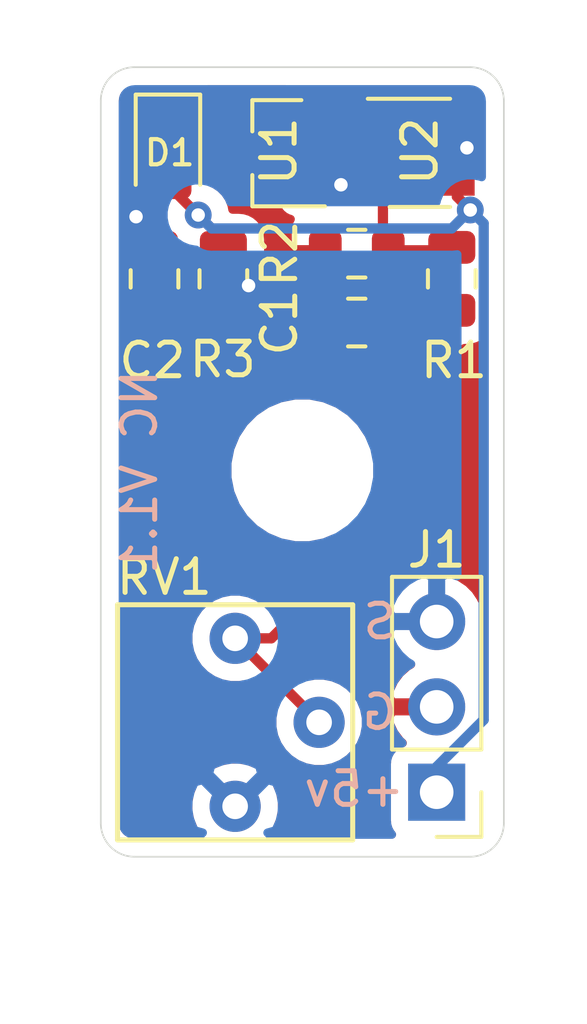
<source format=kicad_pcb>
(kicad_pcb (version 20171130) (host pcbnew "(5.1.5)-3")

  (general
    (thickness 1.6)
    (drawings 12)
    (tracks 51)
    (zones 0)
    (modules 11)
    (nets 7)
  )

  (page A4)
  (layers
    (0 F.Cu signal)
    (31 B.Cu signal)
    (32 B.Adhes user)
    (33 F.Adhes user)
    (34 B.Paste user)
    (35 F.Paste user)
    (36 B.SilkS user)
    (37 F.SilkS user)
    (38 B.Mask user)
    (39 F.Mask user)
    (40 Dwgs.User user)
    (41 Cmts.User user)
    (42 Eco1.User user)
    (43 Eco2.User user)
    (44 Edge.Cuts user)
    (45 Margin user)
    (46 B.CrtYd user)
    (47 F.CrtYd user)
    (48 B.Fab user)
    (49 F.Fab user)
  )

  (setup
    (last_trace_width 0.3048)
    (trace_clearance 0.2032)
    (zone_clearance 0.508)
    (zone_45_only no)
    (trace_min 0.2)
    (via_size 0.8)
    (via_drill 0.4)
    (via_min_size 0.4)
    (via_min_drill 0.3)
    (uvia_size 0.3)
    (uvia_drill 0.1)
    (uvias_allowed no)
    (uvia_min_size 0.2)
    (uvia_min_drill 0.1)
    (edge_width 0.05)
    (segment_width 0.2)
    (pcb_text_width 0.3)
    (pcb_text_size 1.5 1.5)
    (mod_edge_width 0.12)
    (mod_text_size 1 1)
    (mod_text_width 0.15)
    (pad_size 1.524 1.524)
    (pad_drill 0.762)
    (pad_to_mask_clearance 0.051)
    (solder_mask_min_width 0.25)
    (aux_axis_origin 0 0)
    (visible_elements 7FFDFFFF)
    (pcbplotparams
      (layerselection 0x010fc_ffffffff)
      (usegerberextensions false)
      (usegerberattributes false)
      (usegerberadvancedattributes false)
      (creategerberjobfile true)
      (excludeedgelayer true)
      (linewidth 0.100000)
      (plotframeref false)
      (viasonmask false)
      (mode 1)
      (useauxorigin false)
      (hpglpennumber 1)
      (hpglpenspeed 20)
      (hpglpendiameter 15.000000)
      (psnegative false)
      (psa4output false)
      (plotreference true)
      (plotvalue true)
      (plotinvisibletext false)
      (padsonsilk false)
      (subtractmaskfromsilk true)
      (outputformat 1)
      (mirror false)
      (drillshape 0)
      (scaleselection 1)
      (outputdirectory "C:/Users/incog/Documents/HallIndividual/Gerbers/"))
  )

  (net 0 "")
  (net 1 GND)
  (net 2 "Net-(C1-Pad1)")
  (net 3 +5V)
  (net 4 Signal)
  (net 5 "Net-(R1-Pad1)")
  (net 6 "Net-(U1-Pad2)")

  (net_class Default "This is the default net class."
    (clearance 0.2032)
    (trace_width 0.3048)
    (via_dia 0.8)
    (via_drill 0.4)
    (uvia_dia 0.3)
    (uvia_drill 0.1)
    (add_net "Net-(C1-Pad1)")
    (add_net "Net-(R1-Pad1)")
    (add_net "Net-(U1-Pad2)")
    (add_net Signal)
  )

  (net_class Power ""
    (clearance 0.2032)
    (trace_width 0.6096)
    (via_dia 0.8)
    (via_drill 0.4)
    (uvia_dia 0.3)
    (uvia_drill 0.1)
    (add_net +5V)
    (add_net GND)
  )

  (module HallEffect:MountingHole_3.2mm_M3 (layer F.Cu) (tedit 56D1B4CB) (tstamp 6007B9B3)
    (at 144 69)
    (descr "Mounting Hole 3.2mm, no annular, M3")
    (tags "mounting hole 3.2mm no annular m3")
    (path /60082DD5)
    (attr virtual)
    (fp_text reference H1 (at 0.1 0.05) (layer F.SilkS)
      (effects (font (size 1 1) (thickness 0.15)))
    )
    (fp_text value MountingHole (at 0 4.2) (layer F.Fab)
      (effects (font (size 1 1) (thickness 0.15)))
    )
    (fp_circle (center 0 0) (end 3.45 0) (layer F.CrtYd) (width 0.05))
    (fp_circle (center 0 0) (end 3.2 0) (layer Cmts.User) (width 0.15))
    (fp_text user %R (at 0.3 0) (layer F.Fab)
      (effects (font (size 1 1) (thickness 0.15)))
    )
    (pad 1 np_thru_hole circle (at 0 0) (size 3.2 3.2) (drill 3.2) (layers *.Cu *.Mask))
  )

  (module Package_TO_SOT_SMD:SOT-23-5 (layer F.Cu) (tedit 5A02FF57) (tstamp 6007B202)
    (at 147.5 59.55)
    (descr "5-pin SOT23 package")
    (tags SOT-23-5)
    (path /6007B14C)
    (attr smd)
    (fp_text reference U2 (at 0 -0.05 90) (layer F.SilkS)
      (effects (font (size 1 1) (thickness 0.15)))
    )
    (fp_text value TL331 (at 0 2.9) (layer F.Fab)
      (effects (font (size 1 1) (thickness 0.15)))
    )
    (fp_line (start 0.9 -1.55) (end 0.9 1.55) (layer F.Fab) (width 0.1))
    (fp_line (start 0.9 1.55) (end -0.9 1.55) (layer F.Fab) (width 0.1))
    (fp_line (start -0.9 -0.9) (end -0.9 1.55) (layer F.Fab) (width 0.1))
    (fp_line (start 0.9 -1.55) (end -0.25 -1.55) (layer F.Fab) (width 0.1))
    (fp_line (start -0.9 -0.9) (end -0.25 -1.55) (layer F.Fab) (width 0.1))
    (fp_line (start -1.9 1.8) (end -1.9 -1.8) (layer F.CrtYd) (width 0.05))
    (fp_line (start 1.9 1.8) (end -1.9 1.8) (layer F.CrtYd) (width 0.05))
    (fp_line (start 1.9 -1.8) (end 1.9 1.8) (layer F.CrtYd) (width 0.05))
    (fp_line (start -1.9 -1.8) (end 1.9 -1.8) (layer F.CrtYd) (width 0.05))
    (fp_line (start 0.9 -1.61) (end -1.55 -1.61) (layer F.SilkS) (width 0.12))
    (fp_line (start -0.9 1.61) (end 0.9 1.61) (layer F.SilkS) (width 0.12))
    (fp_text user %R (at 0 0 90) (layer F.Fab)
      (effects (font (size 0.5 0.5) (thickness 0.075)))
    )
    (pad 5 smd rect (at 1.1 -0.95) (size 1.06 0.65) (layers F.Cu F.Paste F.Mask)
      (net 3 +5V))
    (pad 4 smd rect (at 1.1 0.95) (size 1.06 0.65) (layers F.Cu F.Paste F.Mask)
      (net 4 Signal))
    (pad 3 smd rect (at -1.1 0.95) (size 1.06 0.65) (layers F.Cu F.Paste F.Mask)
      (net 2 "Net-(C1-Pad1)"))
    (pad 2 smd rect (at -1.1 0) (size 1.06 0.65) (layers F.Cu F.Paste F.Mask)
      (net 1 GND))
    (pad 1 smd rect (at -1.1 -0.95) (size 1.06 0.65) (layers F.Cu F.Paste F.Mask)
      (net 6 "Net-(U1-Pad2)"))
    (model ${KISYS3DMOD}/Package_TO_SOT_SMD.3dshapes/SOT-23-5.wrl
      (at (xyz 0 0 0))
      (scale (xyz 1 1 1))
      (rotate (xyz 0 0 0))
    )
  )

  (module HallEffect:SOT-23 (layer F.Cu) (tedit 5EB075FF) (tstamp 6007C55F)
    (at 143.272 59.5605 180)
    (descr "SOT-23, Standard")
    (tags SOT-23)
    (path /5FEA3EB5)
    (attr smd)
    (fp_text reference U1 (at -0.028 0.0605 90) (layer F.SilkS)
      (effects (font (size 1 1) (thickness 0.15)))
    )
    (fp_text value SS49E (at 0 2.5) (layer F.Fab)
      (effects (font (size 1 1) (thickness 0.15)))
    )
    (fp_text user %R (at 0 0 90) (layer F.Fab)
      (effects (font (size 0.5 0.5) (thickness 0.075)))
    )
    (fp_line (start -0.7 -0.95) (end -0.7 1.5) (layer F.Fab) (width 0.1))
    (fp_line (start -0.15 -1.52) (end 0.7 -1.52) (layer F.Fab) (width 0.1))
    (fp_line (start -0.7 -0.95) (end -0.15 -1.52) (layer F.Fab) (width 0.1))
    (fp_line (start 0.7 -1.52) (end 0.7 1.52) (layer F.Fab) (width 0.1))
    (fp_line (start -0.7 1.52) (end 0.7 1.52) (layer F.Fab) (width 0.1))
    (fp_line (start 0.76 1.58) (end 0.76 0.65) (layer F.SilkS) (width 0.12))
    (fp_line (start 0.76 -1.58) (end 0.76 -0.65) (layer F.SilkS) (width 0.12))
    (fp_line (start -1.7 -1.75) (end 1.7 -1.75) (layer F.CrtYd) (width 0.05))
    (fp_line (start 1.7 -1.75) (end 1.7 1.75) (layer F.CrtYd) (width 0.05))
    (fp_line (start 1.7 1.75) (end -1.7 1.75) (layer F.CrtYd) (width 0.05))
    (fp_line (start -1.7 1.75) (end -1.7 -1.75) (layer F.CrtYd) (width 0.05))
    (fp_line (start 0.76 -1.58) (end -1.4 -1.58) (layer F.SilkS) (width 0.12))
    (fp_line (start 0.76 1.58) (end -0.7 1.58) (layer F.SilkS) (width 0.12))
    (pad 1 smd rect (at -1 -0.95 180) (size 0.9 0.8) (layers F.Cu F.Paste F.Mask)
      (net 3 +5V))
    (pad 2 smd rect (at -1 0.95 180) (size 0.9 0.8) (layers F.Cu F.Paste F.Mask)
      (net 6 "Net-(U1-Pad2)"))
    (pad 3 smd rect (at 1 0 180) (size 0.9 0.8) (layers F.Cu F.Paste F.Mask)
      (net 1 GND))
    (model ${KIPRJMOD}/Library/3D_Packages/SOT-23.step
      (at (xyz 0 0 0))
      (scale (xyz 1 1 1))
      (rotate (xyz 0 0 0))
    )
  )

  (module HallEffect:CT6EP103 (layer F.Cu) (tedit 5EFFC1F9) (tstamp 5FEC5C1C)
    (at 142 76.5 270)
    (path /5FEAFE4B)
    (fp_text reference RV1 (at -4.324 2.1095 180) (layer F.SilkS)
      (effects (font (size 1 1) (thickness 0.15)))
    )
    (fp_text value 10K (at 0 -4.5 90) (layer F.Fab)
      (effects (font (size 1 1) (thickness 0.15)))
    )
    (fp_line (start 3.5 -3.5) (end 0 -3.5) (layer F.SilkS) (width 0.15))
    (fp_line (start 3.5 3.5) (end 3.5 -3.5) (layer F.SilkS) (width 0.15))
    (fp_line (start -3.5 3.5) (end 3.5 3.5) (layer F.SilkS) (width 0.15))
    (fp_line (start -3.5 -3.5) (end -3.5 3.5) (layer F.SilkS) (width 0.15))
    (fp_line (start 0 -3.5) (end -3.5 -3.5) (layer F.SilkS) (width 0.15))
    (pad 3 thru_hole circle (at 2.5 0 270) (size 1.524 1.524) (drill 0.762) (layers *.Cu *.Mask)
      (net 3 +5V))
    (pad 2 thru_hole circle (at 0 -2.5 270) (size 1.524 1.524) (drill 0.762) (layers *.Cu *.Mask)
      (net 5 "Net-(R1-Pad1)"))
    (pad 1 thru_hole circle (at -2.5 0 270) (size 1.524 1.524) (drill 0.762) (layers *.Cu *.Mask)
      (net 5 "Net-(R1-Pad1)"))
    (model "${KIPRJMOD}/Library/3D_Packages/CT-6EP10k_(103).stp"
      (offset (xyz 0 0 5.8))
      (scale (xyz 1 1 1))
      (rotate (xyz 0 0 0))
    )
  )

  (module HallEffect:R_0805_2012Metric (layer F.Cu) (tedit 5EB075F5) (tstamp 6007C697)
    (at 141.65 63.3 90)
    (descr "Resistor SMD 0805 (2012 Metric), square (rectangular) end terminal, IPC_7351 nominal, (Body size source: https://docs.google.com/spreadsheets/d/1BsfQQcO9C6DZCsRaXUlFlo91Tg2WpOkGARC1WS5S8t0/edit?usp=sharing), generated with kicad-footprint-generator")
    (tags resistor)
    (path /5FEB5185)
    (attr smd)
    (fp_text reference R3 (at -2.4 -0.0185 180) (layer F.SilkS)
      (effects (font (size 1 1) (thickness 0.15)))
    )
    (fp_text value 1k (at 3.3805 -0.0635 90) (layer F.Fab)
      (effects (font (size 1 1) (thickness 0.15)))
    )
    (fp_text user %R (at 0 0 90) (layer F.Fab)
      (effects (font (size 0.5 0.5) (thickness 0.08)))
    )
    (fp_line (start 1.68 0.95) (end -1.68 0.95) (layer F.CrtYd) (width 0.05))
    (fp_line (start 1.68 -0.95) (end 1.68 0.95) (layer F.CrtYd) (width 0.05))
    (fp_line (start -1.68 -0.95) (end 1.68 -0.95) (layer F.CrtYd) (width 0.05))
    (fp_line (start -1.68 0.95) (end -1.68 -0.95) (layer F.CrtYd) (width 0.05))
    (fp_line (start -0.258578 0.71) (end 0.258578 0.71) (layer F.SilkS) (width 0.12))
    (fp_line (start -0.258578 -0.71) (end 0.258578 -0.71) (layer F.SilkS) (width 0.12))
    (fp_line (start 1 0.6) (end -1 0.6) (layer F.Fab) (width 0.1))
    (fp_line (start 1 -0.6) (end 1 0.6) (layer F.Fab) (width 0.1))
    (fp_line (start -1 -0.6) (end 1 -0.6) (layer F.Fab) (width 0.1))
    (fp_line (start -1 0.6) (end -1 -0.6) (layer F.Fab) (width 0.1))
    (pad 2 smd roundrect (at 0.9375 0 90) (size 0.975 1.4) (layers F.Cu F.Paste F.Mask) (roundrect_rratio 0.25)
      (net 4 Signal))
    (pad 1 smd roundrect (at -0.9375 0 90) (size 0.975 1.4) (layers F.Cu F.Paste F.Mask) (roundrect_rratio 0.25)
      (net 3 +5V))
    (model ${KIPRJMOD}/Library/3D_Packages/R_0805_2012Metric.step
      (at (xyz 0 0 0))
      (scale (xyz 1 1 1))
      (rotate (xyz 0 0 0))
    )
  )

  (module HallEffect:R_0805_2012Metric (layer F.Cu) (tedit 5EB075F5) (tstamp 6007C2F3)
    (at 145.6205 62.55 180)
    (descr "Resistor SMD 0805 (2012 Metric), square (rectangular) end terminal, IPC_7351 nominal, (Body size source: https://docs.google.com/spreadsheets/d/1BsfQQcO9C6DZCsRaXUlFlo91Tg2WpOkGARC1WS5S8t0/edit?usp=sharing), generated with kicad-footprint-generator")
    (tags resistor)
    (path /5FEADFC8)
    (attr smd)
    (fp_text reference R2 (at 2.301 0 270) (layer F.SilkS)
      (effects (font (size 1 1) (thickness 0.15)))
    )
    (fp_text value 10K (at 0.3325 1.4605) (layer F.Fab)
      (effects (font (size 1 1) (thickness 0.15)))
    )
    (fp_text user %R (at 0 0) (layer F.Fab)
      (effects (font (size 0.5 0.5) (thickness 0.08)))
    )
    (fp_line (start 1.68 0.95) (end -1.68 0.95) (layer F.CrtYd) (width 0.05))
    (fp_line (start 1.68 -0.95) (end 1.68 0.95) (layer F.CrtYd) (width 0.05))
    (fp_line (start -1.68 -0.95) (end 1.68 -0.95) (layer F.CrtYd) (width 0.05))
    (fp_line (start -1.68 0.95) (end -1.68 -0.95) (layer F.CrtYd) (width 0.05))
    (fp_line (start -0.258578 0.71) (end 0.258578 0.71) (layer F.SilkS) (width 0.12))
    (fp_line (start -0.258578 -0.71) (end 0.258578 -0.71) (layer F.SilkS) (width 0.12))
    (fp_line (start 1 0.6) (end -1 0.6) (layer F.Fab) (width 0.1))
    (fp_line (start 1 -0.6) (end 1 0.6) (layer F.Fab) (width 0.1))
    (fp_line (start -1 -0.6) (end 1 -0.6) (layer F.Fab) (width 0.1))
    (fp_line (start -1 0.6) (end -1 -0.6) (layer F.Fab) (width 0.1))
    (pad 2 smd roundrect (at 0.9375 0 180) (size 0.975 1.4) (layers F.Cu F.Paste F.Mask) (roundrect_rratio 0.25)
      (net 1 GND))
    (pad 1 smd roundrect (at -0.9375 0 180) (size 0.975 1.4) (layers F.Cu F.Paste F.Mask) (roundrect_rratio 0.25)
      (net 2 "Net-(C1-Pad1)"))
    (model ${KIPRJMOD}/Library/3D_Packages/R_0805_2012Metric.step
      (at (xyz 0 0 0))
      (scale (xyz 1 1 1))
      (rotate (xyz 0 0 0))
    )
  )

  (module HallEffect:R_0805_2012Metric (layer F.Cu) (tedit 5EB075F5) (tstamp 6007C3C8)
    (at 148.45 63.3 90)
    (descr "Resistor SMD 0805 (2012 Metric), square (rectangular) end terminal, IPC_7351 nominal, (Body size source: https://docs.google.com/spreadsheets/d/1BsfQQcO9C6DZCsRaXUlFlo91Tg2WpOkGARC1WS5S8t0/edit?usp=sharing), generated with kicad-footprint-generator")
    (tags resistor)
    (path /5FEAE921)
    (attr smd)
    (fp_text reference R1 (at -2.428 0.0635 180) (layer F.SilkS)
      (effects (font (size 1 1) (thickness 0.15)))
    )
    (fp_text value 1.0K (at 0 1.65 90) (layer F.Fab)
      (effects (font (size 1 1) (thickness 0.15)))
    )
    (fp_text user %R (at 0 0 90) (layer F.Fab)
      (effects (font (size 0.5 0.5) (thickness 0.08)))
    )
    (fp_line (start 1.68 0.95) (end -1.68 0.95) (layer F.CrtYd) (width 0.05))
    (fp_line (start 1.68 -0.95) (end 1.68 0.95) (layer F.CrtYd) (width 0.05))
    (fp_line (start -1.68 -0.95) (end 1.68 -0.95) (layer F.CrtYd) (width 0.05))
    (fp_line (start -1.68 0.95) (end -1.68 -0.95) (layer F.CrtYd) (width 0.05))
    (fp_line (start -0.258578 0.71) (end 0.258578 0.71) (layer F.SilkS) (width 0.12))
    (fp_line (start -0.258578 -0.71) (end 0.258578 -0.71) (layer F.SilkS) (width 0.12))
    (fp_line (start 1 0.6) (end -1 0.6) (layer F.Fab) (width 0.1))
    (fp_line (start 1 -0.6) (end 1 0.6) (layer F.Fab) (width 0.1))
    (fp_line (start -1 -0.6) (end 1 -0.6) (layer F.Fab) (width 0.1))
    (fp_line (start -1 0.6) (end -1 -0.6) (layer F.Fab) (width 0.1))
    (pad 2 smd roundrect (at 0.9375 0 90) (size 0.975 1.4) (layers F.Cu F.Paste F.Mask) (roundrect_rratio 0.25)
      (net 2 "Net-(C1-Pad1)"))
    (pad 1 smd roundrect (at -0.9375 0 90) (size 0.975 1.4) (layers F.Cu F.Paste F.Mask) (roundrect_rratio 0.25)
      (net 5 "Net-(R1-Pad1)"))
    (model ${KIPRJMOD}/Library/3D_Packages/R_0805_2012Metric.step
      (at (xyz 0 0 0))
      (scale (xyz 1 1 1))
      (rotate (xyz 0 0 0))
    )
  )

  (module HallEffect:PinHeader_1x03_P2.54mm_Vertical (layer F.Cu) (tedit 5EB075E6) (tstamp 5FEA0DBF)
    (at 148 78.58 180)
    (descr "Through hole straight pin header, 1x03, 2.54mm pitch, single row")
    (tags "Through hole pin header THT 1x03 2.54mm single row")
    (path /5FE9C107)
    (fp_text reference J1 (at 0 7.213) (layer F.SilkS)
      (effects (font (size 1 1) (thickness 0.15)))
    )
    (fp_text value Conn_01x03 (at 0 7.41) (layer F.Fab)
      (effects (font (size 1 1) (thickness 0.15)))
    )
    (fp_text user %R (at 0 2.54 90) (layer F.Fab)
      (effects (font (size 1 1) (thickness 0.15)))
    )
    (fp_line (start 1.8 -1.8) (end -1.8 -1.8) (layer F.CrtYd) (width 0.05))
    (fp_line (start 1.8 6.85) (end 1.8 -1.8) (layer F.CrtYd) (width 0.05))
    (fp_line (start -1.8 6.85) (end 1.8 6.85) (layer F.CrtYd) (width 0.05))
    (fp_line (start -1.8 -1.8) (end -1.8 6.85) (layer F.CrtYd) (width 0.05))
    (fp_line (start -1.33 -1.33) (end 0 -1.33) (layer F.SilkS) (width 0.12))
    (fp_line (start -1.33 0) (end -1.33 -1.33) (layer F.SilkS) (width 0.12))
    (fp_line (start -1.33 1.27) (end 1.33 1.27) (layer F.SilkS) (width 0.12))
    (fp_line (start 1.33 1.27) (end 1.33 6.41) (layer F.SilkS) (width 0.12))
    (fp_line (start -1.33 1.27) (end -1.33 6.41) (layer F.SilkS) (width 0.12))
    (fp_line (start -1.33 6.41) (end 1.33 6.41) (layer F.SilkS) (width 0.12))
    (fp_line (start -1.27 -0.635) (end -0.635 -1.27) (layer F.Fab) (width 0.1))
    (fp_line (start -1.27 6.35) (end -1.27 -0.635) (layer F.Fab) (width 0.1))
    (fp_line (start 1.27 6.35) (end -1.27 6.35) (layer F.Fab) (width 0.1))
    (fp_line (start 1.27 -1.27) (end 1.27 6.35) (layer F.Fab) (width 0.1))
    (fp_line (start -0.635 -1.27) (end 1.27 -1.27) (layer F.Fab) (width 0.1))
    (pad 3 thru_hole oval (at 0 5.08 180) (size 1.7 1.7) (drill 1) (layers *.Cu *.Mask)
      (net 3 +5V))
    (pad 2 thru_hole oval (at 0 2.54 180) (size 1.7 1.7) (drill 1) (layers *.Cu *.Mask)
      (net 1 GND))
    (pad 1 thru_hole rect (at 0 0 180) (size 1.7 1.7) (drill 1) (layers *.Cu *.Mask)
      (net 4 Signal))
    (model ${KIPRJMOD}/Library/3D_Packages/PinHeader_1x03_P2.54mm_Vertical.step
      (at (xyz 0 0 0))
      (scale (xyz 1 1 1))
      (rotate (xyz 0 0 0))
    )
  )

  (module HallEffect:LED_0805_2012Metric (layer F.Cu) (tedit 5EB07523) (tstamp 5FEC119A)
    (at 140 59.5 270)
    (descr "LED SMD 0805 (2012 Metric), square (rectangular) end terminal, IPC_7351 nominal, (Body size source: https://docs.google.com/spreadsheets/d/1BsfQQcO9C6DZCsRaXUlFlo91Tg2WpOkGARC1WS5S8t0/edit?usp=sharing), generated with kicad-footprint-generator")
    (tags diode)
    (path /5FEB5CD2)
    (attr smd)
    (fp_text reference D1 (at 0.05 -0.05) (layer F.SilkS)
      (effects (font (size 0.75 0.75) (thickness 0.125)))
    )
    (fp_text value LED (at 0 1.65 90) (layer F.Fab)
      (effects (font (size 1 1) (thickness 0.15)))
    )
    (fp_text user %R (at 0 0 90) (layer F.Fab)
      (effects (font (size 0.5 0.5) (thickness 0.08)))
    )
    (fp_line (start 1.68 0.95) (end -1.68 0.95) (layer F.CrtYd) (width 0.05))
    (fp_line (start 1.68 -0.95) (end 1.68 0.95) (layer F.CrtYd) (width 0.05))
    (fp_line (start -1.68 -0.95) (end 1.68 -0.95) (layer F.CrtYd) (width 0.05))
    (fp_line (start -1.68 0.95) (end -1.68 -0.95) (layer F.CrtYd) (width 0.05))
    (fp_line (start -1.685 0.96) (end 1 0.96) (layer F.SilkS) (width 0.12))
    (fp_line (start -1.685 -0.96) (end -1.685 0.96) (layer F.SilkS) (width 0.12))
    (fp_line (start 1 -0.96) (end -1.685 -0.96) (layer F.SilkS) (width 0.12))
    (fp_line (start 1 0.6) (end 1 -0.6) (layer F.Fab) (width 0.1))
    (fp_line (start -1 0.6) (end 1 0.6) (layer F.Fab) (width 0.1))
    (fp_line (start -1 -0.3) (end -1 0.6) (layer F.Fab) (width 0.1))
    (fp_line (start -0.7 -0.6) (end -1 -0.3) (layer F.Fab) (width 0.1))
    (fp_line (start 1 -0.6) (end -0.7 -0.6) (layer F.Fab) (width 0.1))
    (pad 2 smd roundrect (at 0.9375 0 270) (size 0.975 1.4) (layers F.Cu F.Paste F.Mask) (roundrect_rratio 0.25)
      (net 4 Signal))
    (pad 1 smd roundrect (at -0.9375 0 270) (size 0.975 1.4) (layers F.Cu F.Paste F.Mask) (roundrect_rratio 0.25)
      (net 1 GND))
    (model ${KIPRJMOD}/Library/3D_Packages/LED_0805_2012Metric.step
      (at (xyz 0 0 0))
      (scale (xyz 1 1 1))
      (rotate (xyz 0 0 0))
    )
  )

  (module HallEffect:C_0805_2012Metric (layer F.Cu) (tedit 5EB0750C) (tstamp 5FEBF1E4)
    (at 139.6 63.3 270)
    (descr "Capacitor SMD 0805 (2012 Metric), square (rectangular) end terminal, IPC_7351 nominal, (Body size source: https://docs.google.com/spreadsheets/d/1BsfQQcO9C6DZCsRaXUlFlo91Tg2WpOkGARC1WS5S8t0/edit?usp=sharing), generated with kicad-footprint-generator")
    (tags capacitor)
    (path /5FEAD587)
    (attr smd)
    (fp_text reference C2 (at 2.428 0.0635 180) (layer F.SilkS)
      (effects (font (size 1 1) (thickness 0.15)))
    )
    (fp_text value 1uF (at 3.8885 0.254 90) (layer F.Fab)
      (effects (font (size 1 1) (thickness 0.15)))
    )
    (fp_text user %R (at 0 0 90) (layer F.Fab)
      (effects (font (size 0.5 0.5) (thickness 0.08)))
    )
    (fp_line (start 1.68 0.95) (end -1.68 0.95) (layer F.CrtYd) (width 0.05))
    (fp_line (start 1.68 -0.95) (end 1.68 0.95) (layer F.CrtYd) (width 0.05))
    (fp_line (start -1.68 -0.95) (end 1.68 -0.95) (layer F.CrtYd) (width 0.05))
    (fp_line (start -1.68 0.95) (end -1.68 -0.95) (layer F.CrtYd) (width 0.05))
    (fp_line (start -0.258578 0.71) (end 0.258578 0.71) (layer F.SilkS) (width 0.12))
    (fp_line (start -0.258578 -0.71) (end 0.258578 -0.71) (layer F.SilkS) (width 0.12))
    (fp_line (start 1 0.6) (end -1 0.6) (layer F.Fab) (width 0.1))
    (fp_line (start 1 -0.6) (end 1 0.6) (layer F.Fab) (width 0.1))
    (fp_line (start -1 -0.6) (end 1 -0.6) (layer F.Fab) (width 0.1))
    (fp_line (start -1 0.6) (end -1 -0.6) (layer F.Fab) (width 0.1))
    (pad 2 smd roundrect (at 0.9375 0 270) (size 0.975 1.4) (layers F.Cu F.Paste F.Mask) (roundrect_rratio 0.25)
      (net 1 GND))
    (pad 1 smd roundrect (at -0.9375 0 270) (size 0.975 1.4) (layers F.Cu F.Paste F.Mask) (roundrect_rratio 0.25)
      (net 3 +5V))
    (model ${KIPRJMOD}/Library/3D_Packages/C_0805_2012Metric.step
      (at (xyz 0 0 0))
      (scale (xyz 1 1 1))
      (rotate (xyz 0 0 0))
    )
  )

  (module HallEffect:C_0805_2012Metric (layer F.Cu) (tedit 5EB0750C) (tstamp 5FEBF31D)
    (at 145.6205 64.6 180)
    (descr "Capacitor SMD 0805 (2012 Metric), square (rectangular) end terminal, IPC_7351 nominal, (Body size source: https://docs.google.com/spreadsheets/d/1BsfQQcO9C6DZCsRaXUlFlo91Tg2WpOkGARC1WS5S8t0/edit?usp=sharing), generated with kicad-footprint-generator")
    (tags capacitor)
    (path /5FEB3165)
    (attr smd)
    (fp_text reference C1 (at 2.301 0 90) (layer F.SilkS)
      (effects (font (size 1 1) (thickness 0.15)))
    )
    (fp_text value 0.1uF (at 0 -2.0955) (layer F.Fab)
      (effects (font (size 1 1) (thickness 0.15)))
    )
    (fp_text user %R (at 0 0) (layer F.Fab)
      (effects (font (size 0.5 0.5) (thickness 0.08)))
    )
    (fp_line (start 1.68 0.95) (end -1.68 0.95) (layer F.CrtYd) (width 0.05))
    (fp_line (start 1.68 -0.95) (end 1.68 0.95) (layer F.CrtYd) (width 0.05))
    (fp_line (start -1.68 -0.95) (end 1.68 -0.95) (layer F.CrtYd) (width 0.05))
    (fp_line (start -1.68 0.95) (end -1.68 -0.95) (layer F.CrtYd) (width 0.05))
    (fp_line (start -0.258578 0.71) (end 0.258578 0.71) (layer F.SilkS) (width 0.12))
    (fp_line (start -0.258578 -0.71) (end 0.258578 -0.71) (layer F.SilkS) (width 0.12))
    (fp_line (start 1 0.6) (end -1 0.6) (layer F.Fab) (width 0.1))
    (fp_line (start 1 -0.6) (end 1 0.6) (layer F.Fab) (width 0.1))
    (fp_line (start -1 -0.6) (end 1 -0.6) (layer F.Fab) (width 0.1))
    (fp_line (start -1 0.6) (end -1 -0.6) (layer F.Fab) (width 0.1))
    (pad 2 smd roundrect (at 0.9375 0 180) (size 0.975 1.4) (layers F.Cu F.Paste F.Mask) (roundrect_rratio 0.25)
      (net 1 GND))
    (pad 1 smd roundrect (at -0.9375 0 180) (size 0.975 1.4) (layers F.Cu F.Paste F.Mask) (roundrect_rratio 0.25)
      (net 2 "Net-(C1-Pad1)"))
    (model ${KIPRJMOD}/Library/3D_Packages/C_0805_2012Metric.step
      (at (xyz 0 0 0))
      (scale (xyz 1 1 1))
      (rotate (xyz 0 0 0))
    )
  )

  (gr_text "NC V1.1\n" (at 139.15 69.05 90) (layer B.SilkS)
    (effects (font (size 1 1) (thickness 0.15)) (justify mirror))
  )
  (gr_text G (at 146.304 76.2) (layer B.SilkS)
    (effects (font (size 1 1) (thickness 0.15)) (justify mirror))
  )
  (gr_text +5v (at 145.542 78.486) (layer B.SilkS)
    (effects (font (size 1 1) (thickness 0.15)) (justify mirror))
  )
  (gr_text S (at 146.304 73.5) (layer B.SilkS)
    (effects (font (size 1 1) (thickness 0.15)) (justify mirror))
  )
  (gr_arc (start 139 79.5) (end 138 79.5) (angle -90) (layer Edge.Cuts) (width 0.05))
  (gr_arc (start 149 79.5) (end 149 80.5) (angle -90) (layer Edge.Cuts) (width 0.05))
  (gr_arc (start 149 58) (end 150 58) (angle -90) (layer Edge.Cuts) (width 0.05))
  (gr_arc (start 139 58) (end 139 57) (angle -90) (layer Edge.Cuts) (width 0.05))
  (gr_line (start 138 58) (end 138 79.5) (layer Edge.Cuts) (width 0.05) (tstamp 5FEA1B98))
  (gr_line (start 149 80.5) (end 139 80.5) (layer Edge.Cuts) (width 0.05))
  (gr_line (start 150 58) (end 150 79.5) (layer Edge.Cuts) (width 0.05))
  (gr_line (start 139 57) (end 149 57) (layer Edge.Cuts) (width 0.05))

  (segment (start 139.554001 58.946999) (end 139.954 58.547) (width 0.3048) (layer F.Cu) (net 1))
  (segment (start 142.2825 59.55) (end 142.272 59.5605) (width 0.6096) (layer F.Cu) (net 1))
  (segment (start 146.4 59.55) (end 142.2825 59.55) (width 0.6096) (layer F.Cu) (net 1))
  (segment (start 148.45 62.725) (end 148.463 62.738) (width 0.3048) (layer F.Cu) (net 2))
  (segment (start 147.9885 62.738) (end 148.463 62.738) (width 0.3048) (layer F.Cu) (net 2))
  (segment (start 146.4535 62.824) (end 146.558 62.9285) (width 0.3048) (layer F.Cu) (net 2))
  (segment (start 146.7485 62.738) (end 146.558 62.9285) (width 0.3048) (layer F.Cu) (net 2))
  (segment (start 148.463 62.45) (end 146.7485 62.45) (width 0.3048) (layer F.Cu) (net 2))
  (segment (start 146.558 64.9605) (end 146.558 62.9285) (width 0.3048) (layer F.Cu) (net 2))
  (segment (start 146.4 62.392) (end 146.558 62.55) (width 0.3048) (layer F.Cu) (net 2))
  (segment (start 146.4 60.5) (end 146.4 62.392) (width 0.3048) (layer F.Cu) (net 2))
  (via (at 142.4 63.5) (size 0.8) (drill 0.4) (layers F.Cu B.Cu) (net 3) (tstamp 6007C79C))
  (via (at 145.15 60.5) (size 0.8) (drill 0.4) (layers F.Cu B.Cu) (net 3) (tstamp 6008D897))
  (segment (start 139.446 62.738) (end 139.446 62.738) (width 0.6096) (layer F.Cu) (net 3))
  (segment (start 139.446 62.738) (end 139.7935 62.738) (width 0.6096) (layer F.Cu) (net 3) (tstamp 6007C0D9))
  (via (at 139.05 61.45) (size 0.8) (drill 0.4) (layers F.Cu B.Cu) (net 3))
  (via (at 148.9 59.4) (size 0.8) (drill 0.4) (layers F.Cu B.Cu) (net 3))
  (segment (start 148.6 59.1) (end 148.9 59.4) (width 0.6096) (layer F.Cu) (net 3))
  (segment (start 148.6 58.6) (end 148.6 59.1) (width 0.6096) (layer F.Cu) (net 3))
  (segment (start 139.6 62) (end 139.05 61.45) (width 0.6096) (layer F.Cu) (net 3))
  (segment (start 139.6 62.3625) (end 139.6 62) (width 0.6096) (layer F.Cu) (net 3))
  (segment (start 145.1395 60.5105) (end 145.15 60.5) (width 0.6096) (layer F.Cu) (net 3))
  (segment (start 144.272 60.5105) (end 145.1395 60.5105) (width 0.6096) (layer F.Cu) (net 3))
  (segment (start 141.6625 64.2375) (end 142.4 63.5) (width 0.6096) (layer F.Cu) (net 3))
  (segment (start 141.65 64.2375) (end 141.6625 64.2375) (width 0.6096) (layer F.Cu) (net 3))
  (segment (start 148 73.5) (end 148 73.6) (width 0.3048) (layer B.Cu) (net 3))
  (segment (start 148.463 60.637) (end 148.6 60.5) (width 0.3048) (layer F.Cu) (net 4))
  (via (at 149 61.25) (size 0.8) (drill 0.4) (layers F.Cu B.Cu) (net 4))
  (via (at 140.9 61.4) (size 0.8) (drill 0.4) (layers F.Cu B.Cu) (net 4) (tstamp 6007BD83))
  (segment (start 141.65 62.15) (end 140.9 61.4) (width 0.3048) (layer F.Cu) (net 4))
  (segment (start 141.65 62.3625) (end 141.65 62.15) (width 0.3048) (layer F.Cu) (net 4))
  (segment (start 140 60.5) (end 140.9 61.4) (width 0.3048) (layer F.Cu) (net 4))
  (segment (start 140 60.4375) (end 140 60.5) (width 0.3048) (layer F.Cu) (net 4))
  (segment (start 148.6 60.85) (end 149 61.25) (width 0.3048) (layer F.Cu) (net 4))
  (segment (start 148.6 60.5) (end 148.6 60.85) (width 0.3048) (layer F.Cu) (net 4))
  (segment (start 148.85 61.4) (end 149 61.25) (width 0.3048) (layer B.Cu) (net 4))
  (segment (start 149.399999 61.649999) (end 149 61.25) (width 0.3048) (layer B.Cu) (net 4))
  (segment (start 148 77.82429) (end 149.399999 76.424291) (width 0.3048) (layer B.Cu) (net 4))
  (segment (start 149.399999 76.424291) (end 149.399999 61.649999) (width 0.3048) (layer B.Cu) (net 4))
  (segment (start 148 78.58) (end 148 77.82429) (width 0.3048) (layer B.Cu) (net 4))
  (segment (start 140.9 61.4) (end 141.299999 61.799999) (width 0.3048) (layer B.Cu) (net 4))
  (segment (start 148.450001 61.799999) (end 149 61.25) (width 0.3048) (layer B.Cu) (net 4))
  (segment (start 141.299999 61.799999) (end 148.450001 61.799999) (width 0.3048) (layer B.Cu) (net 4))
  (segment (start 143.07763 74) (end 142 74) (width 0.3048) (layer F.Cu) (net 5))
  (segment (start 148.463 64.613) (end 146.794399 66.281601) (width 0.3048) (layer F.Cu) (net 5))
  (segment (start 146.794399 66.281601) (end 146.794399 70.283231) (width 0.3048) (layer F.Cu) (net 5))
  (segment (start 146.794399 70.283231) (end 143.07763 74) (width 0.3048) (layer F.Cu) (net 5))
  (segment (start 144.5 76.5) (end 142 74) (width 0.3048) (layer F.Cu) (net 5))
  (segment (start 146.451 58.6105) (end 146.4535 58.608) (width 0.3048) (layer F.Cu) (net 6))
  (segment (start 144.2825 58.6) (end 144.272 58.6105) (width 0.3048) (layer F.Cu) (net 6))
  (segment (start 146.4 58.6) (end 144.2825 58.6) (width 0.3048) (layer F.Cu) (net 6))

  (zone (net 3) (net_name +5V) (layer B.Cu) (tstamp 6007C04B) (hatch edge 0.508)
    (connect_pads (clearance 0.508))
    (min_thickness 0.254)
    (fill yes (arc_segments 32) (thermal_gap 0.508) (thermal_bridge_width 0.508))
    (polygon
      (pts
        (xy 152.5 85) (xy 135.5 85) (xy 135 55) (xy 152 55)
      )
    )
    (filled_polygon
      (pts
        (xy 149.065424 57.66958) (xy 149.128356 57.68858) (xy 149.186405 57.719445) (xy 149.237343 57.760989) (xy 149.279248 57.811644)
        (xy 149.310515 57.869471) (xy 149.329956 57.932272) (xy 149.34 58.027835) (xy 149.34 60.270557) (xy 149.301898 60.254774)
        (xy 149.101939 60.215) (xy 148.898061 60.215) (xy 148.698102 60.254774) (xy 148.509744 60.332795) (xy 148.340226 60.446063)
        (xy 148.196063 60.590226) (xy 148.082795 60.759744) (xy 148.004774 60.948102) (xy 147.991945 61.012599) (xy 141.859809 61.012599)
        (xy 141.817205 60.909744) (xy 141.703937 60.740226) (xy 141.559774 60.596063) (xy 141.390256 60.482795) (xy 141.201898 60.404774)
        (xy 141.001939 60.365) (xy 140.798061 60.365) (xy 140.598102 60.404774) (xy 140.409744 60.482795) (xy 140.240226 60.596063)
        (xy 140.096063 60.740226) (xy 139.982795 60.909744) (xy 139.904774 61.098102) (xy 139.865 61.298061) (xy 139.865 61.501939)
        (xy 139.904774 61.701898) (xy 139.982795 61.890256) (xy 140.096063 62.059774) (xy 140.240226 62.203937) (xy 140.409744 62.317205)
        (xy 140.598102 62.395226) (xy 140.798061 62.435) (xy 140.832566 62.435) (xy 140.860427 62.457865) (xy 140.997216 62.530981)
        (xy 141.145642 62.576005) (xy 141.261326 62.587399) (xy 141.261335 62.587399) (xy 141.299998 62.591207) (xy 141.338661 62.587399)
        (xy 148.411338 62.587399) (xy 148.450001 62.591207) (xy 148.488664 62.587399) (xy 148.488674 62.587399) (xy 148.604358 62.576005)
        (xy 148.6126 62.573505) (xy 148.612599 72.149226) (xy 148.356891 72.058519) (xy 148.127 72.179186) (xy 148.127 73.373)
        (xy 148.147 73.373) (xy 148.147 73.627) (xy 148.127 73.627) (xy 148.127 73.647) (xy 147.873 73.647)
        (xy 147.873 73.627) (xy 146.679845 73.627) (xy 146.558524 73.85689) (xy 146.603175 74.004099) (xy 146.728359 74.26692)
        (xy 146.902412 74.500269) (xy 147.118645 74.695178) (xy 147.235534 74.764805) (xy 147.053368 74.886525) (xy 146.846525 75.093368)
        (xy 146.68401 75.336589) (xy 146.572068 75.606842) (xy 146.515 75.89374) (xy 146.515 76.18626) (xy 146.572068 76.473158)
        (xy 146.68401 76.743411) (xy 146.846525 76.986632) (xy 146.97838 77.118487) (xy 146.90582 77.140498) (xy 146.795506 77.199463)
        (xy 146.698815 77.278815) (xy 146.619463 77.375506) (xy 146.560498 77.48582) (xy 146.524188 77.605518) (xy 146.511928 77.73)
        (xy 146.511928 79.43) (xy 146.524188 79.554482) (xy 146.560498 79.67418) (xy 146.619463 79.784494) (xy 146.665015 79.84)
        (xy 143.019608 79.84) (xy 142.965567 79.785959) (xy 143.205656 79.71898) (xy 143.322756 79.469952) (xy 143.389023 79.202865)
        (xy 143.40191 78.927983) (xy 143.360922 78.655867) (xy 143.267636 78.396977) (xy 143.205656 78.28102) (xy 142.965565 78.21404)
        (xy 142.179605 79) (xy 142.193748 79.014143) (xy 142.014143 79.193748) (xy 142 79.179605) (xy 141.985858 79.193748)
        (xy 141.806253 79.014143) (xy 141.820395 79) (xy 141.034435 78.21404) (xy 140.794344 78.28102) (xy 140.677244 78.530048)
        (xy 140.610977 78.797135) (xy 140.59809 79.072017) (xy 140.639078 79.344133) (xy 140.732364 79.603023) (xy 140.794344 79.71898)
        (xy 141.034433 79.785959) (xy 140.980392 79.84) (xy 139.032279 79.84) (xy 138.934576 79.83042) (xy 138.871643 79.81142)
        (xy 138.813594 79.780554) (xy 138.762657 79.739011) (xy 138.720752 79.688356) (xy 138.689485 79.630529) (xy 138.670044 79.567728)
        (xy 138.66 79.472165) (xy 138.66 78.034435) (xy 141.21404 78.034435) (xy 142 78.820395) (xy 142.78596 78.034435)
        (xy 142.71898 77.794344) (xy 142.469952 77.677244) (xy 142.202865 77.610977) (xy 141.927983 77.59809) (xy 141.655867 77.639078)
        (xy 141.396977 77.732364) (xy 141.28102 77.794344) (xy 141.21404 78.034435) (xy 138.66 78.034435) (xy 138.66 76.362408)
        (xy 143.103 76.362408) (xy 143.103 76.637592) (xy 143.156686 76.90749) (xy 143.261995 77.161727) (xy 143.41488 77.390535)
        (xy 143.609465 77.58512) (xy 143.838273 77.738005) (xy 144.09251 77.843314) (xy 144.362408 77.897) (xy 144.637592 77.897)
        (xy 144.90749 77.843314) (xy 145.161727 77.738005) (xy 145.390535 77.58512) (xy 145.58512 77.390535) (xy 145.738005 77.161727)
        (xy 145.843314 76.90749) (xy 145.897 76.637592) (xy 145.897 76.362408) (xy 145.843314 76.09251) (xy 145.738005 75.838273)
        (xy 145.58512 75.609465) (xy 145.390535 75.41488) (xy 145.161727 75.261995) (xy 144.90749 75.156686) (xy 144.637592 75.103)
        (xy 144.362408 75.103) (xy 144.09251 75.156686) (xy 143.838273 75.261995) (xy 143.609465 75.41488) (xy 143.41488 75.609465)
        (xy 143.261995 75.838273) (xy 143.156686 76.09251) (xy 143.103 76.362408) (xy 138.66 76.362408) (xy 138.66 73.862408)
        (xy 140.603 73.862408) (xy 140.603 74.137592) (xy 140.656686 74.40749) (xy 140.761995 74.661727) (xy 140.91488 74.890535)
        (xy 141.109465 75.08512) (xy 141.338273 75.238005) (xy 141.59251 75.343314) (xy 141.862408 75.397) (xy 142.137592 75.397)
        (xy 142.40749 75.343314) (xy 142.661727 75.238005) (xy 142.890535 75.08512) (xy 143.08512 74.890535) (xy 143.238005 74.661727)
        (xy 143.343314 74.40749) (xy 143.397 74.137592) (xy 143.397 73.862408) (xy 143.343314 73.59251) (xy 143.238005 73.338273)
        (xy 143.107601 73.14311) (xy 146.558524 73.14311) (xy 146.679845 73.373) (xy 147.873 73.373) (xy 147.873 72.179186)
        (xy 147.643109 72.058519) (xy 147.368748 72.155843) (xy 147.118645 72.304822) (xy 146.902412 72.499731) (xy 146.728359 72.73308)
        (xy 146.603175 72.995901) (xy 146.558524 73.14311) (xy 143.107601 73.14311) (xy 143.08512 73.109465) (xy 142.890535 72.91488)
        (xy 142.661727 72.761995) (xy 142.40749 72.656686) (xy 142.137592 72.603) (xy 141.862408 72.603) (xy 141.59251 72.656686)
        (xy 141.338273 72.761995) (xy 141.109465 72.91488) (xy 140.91488 73.109465) (xy 140.761995 73.338273) (xy 140.656686 73.59251)
        (xy 140.603 73.862408) (xy 138.66 73.862408) (xy 138.66 68.779872) (xy 141.765 68.779872) (xy 141.765 69.220128)
        (xy 141.85089 69.651925) (xy 142.019369 70.058669) (xy 142.263962 70.424729) (xy 142.575271 70.736038) (xy 142.941331 70.980631)
        (xy 143.348075 71.14911) (xy 143.779872 71.235) (xy 144.220128 71.235) (xy 144.651925 71.14911) (xy 145.058669 70.980631)
        (xy 145.424729 70.736038) (xy 145.736038 70.424729) (xy 145.980631 70.058669) (xy 146.14911 69.651925) (xy 146.235 69.220128)
        (xy 146.235 68.779872) (xy 146.14911 68.348075) (xy 145.980631 67.941331) (xy 145.736038 67.575271) (xy 145.424729 67.263962)
        (xy 145.058669 67.019369) (xy 144.651925 66.85089) (xy 144.220128 66.765) (xy 143.779872 66.765) (xy 143.348075 66.85089)
        (xy 142.941331 67.019369) (xy 142.575271 67.263962) (xy 142.263962 67.575271) (xy 142.019369 67.941331) (xy 141.85089 68.348075)
        (xy 141.765 68.779872) (xy 138.66 68.779872) (xy 138.66 58.032279) (xy 138.66958 57.934576) (xy 138.68858 57.871644)
        (xy 138.719445 57.813595) (xy 138.760989 57.762657) (xy 138.811644 57.720752) (xy 138.869471 57.689485) (xy 138.932272 57.670044)
        (xy 139.027835 57.66) (xy 148.967721 57.66)
      )
    )
  )
  (zone (net 1) (net_name GND) (layer F.Cu) (tstamp 6007C048) (hatch edge 0.508)
    (connect_pads (clearance 0.508))
    (min_thickness 0.254)
    (fill yes (arc_segments 32) (thermal_gap 0.508) (thermal_bridge_width 0.508))
    (polygon
      (pts
        (xy 152 85.5) (xy 135 85.5) (xy 135 55) (xy 152 55)
      )
    )
    (filled_polygon
      (pts
        (xy 143.467506 57.679963) (xy 143.370815 57.759315) (xy 143.291463 57.856006) (xy 143.232498 57.96632) (xy 143.196188 58.086018)
        (xy 143.183928 58.2105) (xy 143.183928 58.722405) (xy 143.173185 58.709315) (xy 143.076494 58.629963) (xy 142.96618 58.570998)
        (xy 142.846482 58.534688) (xy 142.722 58.522428) (xy 142.55775 58.5255) (xy 142.399 58.68425) (xy 142.399 59.4335)
        (xy 143.19825 59.4335) (xy 143.282857 59.348893) (xy 143.291463 59.364994) (xy 143.370815 59.461685) (xy 143.467506 59.541037)
        (xy 143.503918 59.5605) (xy 143.467506 59.579963) (xy 143.370815 59.659315) (xy 143.291463 59.756006) (xy 143.282857 59.772107)
        (xy 143.19825 59.6875) (xy 142.399 59.6875) (xy 142.399 60.43675) (xy 142.55775 60.5955) (xy 142.722 60.598572)
        (xy 142.846482 60.586312) (xy 142.96618 60.550002) (xy 143.076494 60.491037) (xy 143.173185 60.411685) (xy 143.183928 60.398595)
        (xy 143.183928 60.9105) (xy 143.196188 61.034982) (xy 143.232498 61.15468) (xy 143.291463 61.264994) (xy 143.370815 61.361685)
        (xy 143.467506 61.441037) (xy 143.57782 61.500002) (xy 143.650737 61.522121) (xy 143.605998 61.60582) (xy 143.569688 61.725518)
        (xy 143.557428 61.85) (xy 143.5605 62.26425) (xy 143.71925 62.423) (xy 144.556 62.423) (xy 144.556 62.403)
        (xy 144.81 62.403) (xy 144.81 62.423) (xy 144.83 62.423) (xy 144.83 62.677) (xy 144.81 62.677)
        (xy 144.81 64.473) (xy 144.83 64.473) (xy 144.83 64.727) (xy 144.81 64.727) (xy 144.81 65.77625)
        (xy 144.96875 65.935) (xy 145.1705 65.938072) (xy 145.294982 65.925812) (xy 145.41468 65.889502) (xy 145.524994 65.830537)
        (xy 145.621685 65.751185) (xy 145.685492 65.673436) (xy 145.690708 65.679792) (xy 145.824336 65.789458) (xy 145.976791 65.870947)
        (xy 146.100945 65.908609) (xy 146.063417 65.978819) (xy 146.018393 66.127245) (xy 146.006999 66.242929) (xy 146.006999 66.242938)
        (xy 146.003191 66.281601) (xy 146.006999 66.320264) (xy 146.006999 68.00499) (xy 145.980631 67.941331) (xy 145.736038 67.575271)
        (xy 145.424729 67.263962) (xy 145.058669 67.019369) (xy 144.651925 66.85089) (xy 144.220128 66.765) (xy 143.779872 66.765)
        (xy 143.348075 66.85089) (xy 142.941331 67.019369) (xy 142.575271 67.263962) (xy 142.263962 67.575271) (xy 142.019369 67.941331)
        (xy 141.85089 68.348075) (xy 141.765 68.779872) (xy 141.765 69.220128) (xy 141.85089 69.651925) (xy 142.019369 70.058669)
        (xy 142.263962 70.424729) (xy 142.575271 70.736038) (xy 142.941331 70.980631) (xy 143.348075 71.14911) (xy 143.779872 71.235)
        (xy 144.220128 71.235) (xy 144.651925 71.14911) (xy 144.930258 71.033821) (xy 142.969867 72.994212) (xy 142.890535 72.91488)
        (xy 142.661727 72.761995) (xy 142.40749 72.656686) (xy 142.137592 72.603) (xy 141.862408 72.603) (xy 141.59251 72.656686)
        (xy 141.338273 72.761995) (xy 141.109465 72.91488) (xy 140.91488 73.109465) (xy 140.761995 73.338273) (xy 140.656686 73.59251)
        (xy 140.603 73.862408) (xy 140.603 74.137592) (xy 140.656686 74.40749) (xy 140.761995 74.661727) (xy 140.91488 74.890535)
        (xy 141.109465 75.08512) (xy 141.338273 75.238005) (xy 141.59251 75.343314) (xy 141.862408 75.397) (xy 142.137592 75.397)
        (xy 142.25925 75.372801) (xy 143.127199 76.24075) (xy 143.103 76.362408) (xy 143.103 76.637592) (xy 143.156686 76.90749)
        (xy 143.261995 77.161727) (xy 143.41488 77.390535) (xy 143.609465 77.58512) (xy 143.838273 77.738005) (xy 144.09251 77.843314)
        (xy 144.362408 77.897) (xy 144.637592 77.897) (xy 144.90749 77.843314) (xy 145.161727 77.738005) (xy 145.390535 77.58512)
        (xy 145.58512 77.390535) (xy 145.738005 77.161727) (xy 145.843314 76.90749) (xy 145.897 76.637592) (xy 145.897 76.362408)
        (xy 145.843314 76.09251) (xy 145.738005 75.838273) (xy 145.58512 75.609465) (xy 145.390535 75.41488) (xy 145.161727 75.261995)
        (xy 144.90749 75.156686) (xy 144.637592 75.103) (xy 144.362408 75.103) (xy 144.24075 75.127199) (xy 143.65329 74.53974)
        (xy 143.661758 74.529422) (xy 147.323832 70.86735) (xy 147.353868 70.8427) (xy 147.452265 70.722803) (xy 147.525381 70.586014)
        (xy 147.570405 70.437588) (xy 147.581799 70.321904) (xy 147.581799 70.321895) (xy 147.585607 70.283232) (xy 147.581799 70.244569)
        (xy 147.581799 66.607751) (xy 148.82648 65.363072) (xy 148.90625 65.363072) (xy 149.078285 65.346128) (xy 149.243709 65.295947)
        (xy 149.34 65.244478) (xy 149.340001 72.854556) (xy 149.31599 72.796589) (xy 149.153475 72.553368) (xy 148.946632 72.346525)
        (xy 148.703411 72.18401) (xy 148.433158 72.072068) (xy 148.14626 72.015) (xy 147.85374 72.015) (xy 147.566842 72.072068)
        (xy 147.296589 72.18401) (xy 147.053368 72.346525) (xy 146.846525 72.553368) (xy 146.68401 72.796589) (xy 146.572068 73.066842)
        (xy 146.515 73.35374) (xy 146.515 73.64626) (xy 146.572068 73.933158) (xy 146.68401 74.203411) (xy 146.846525 74.446632)
        (xy 147.053368 74.653475) (xy 147.235534 74.775195) (xy 147.118645 74.844822) (xy 146.902412 75.039731) (xy 146.728359 75.27308)
        (xy 146.603175 75.535901) (xy 146.558524 75.68311) (xy 146.679845 75.913) (xy 147.873 75.913) (xy 147.873 75.893)
        (xy 148.127 75.893) (xy 148.127 75.913) (xy 148.147 75.913) (xy 148.147 76.167) (xy 148.127 76.167)
        (xy 148.127 76.187) (xy 147.873 76.187) (xy 147.873 76.167) (xy 146.679845 76.167) (xy 146.558524 76.39689)
        (xy 146.603175 76.544099) (xy 146.728359 76.80692) (xy 146.902412 77.040269) (xy 146.986466 77.116034) (xy 146.90582 77.140498)
        (xy 146.795506 77.199463) (xy 146.698815 77.278815) (xy 146.619463 77.375506) (xy 146.560498 77.48582) (xy 146.524188 77.605518)
        (xy 146.511928 77.73) (xy 146.511928 79.43) (xy 146.524188 79.554482) (xy 146.560498 79.67418) (xy 146.619463 79.784494)
        (xy 146.665015 79.84) (xy 143.118886 79.84) (xy 143.238005 79.661727) (xy 143.343314 79.40749) (xy 143.397 79.137592)
        (xy 143.397 78.862408) (xy 143.343314 78.59251) (xy 143.238005 78.338273) (xy 143.08512 78.109465) (xy 142.890535 77.91488)
        (xy 142.661727 77.761995) (xy 142.40749 77.656686) (xy 142.137592 77.603) (xy 141.862408 77.603) (xy 141.59251 77.656686)
        (xy 141.338273 77.761995) (xy 141.109465 77.91488) (xy 140.91488 78.109465) (xy 140.761995 78.338273) (xy 140.656686 78.59251)
        (xy 140.603 78.862408) (xy 140.603 79.137592) (xy 140.656686 79.40749) (xy 140.761995 79.661727) (xy 140.881114 79.84)
        (xy 139.032279 79.84) (xy 138.934576 79.83042) (xy 138.871643 79.81142) (xy 138.813594 79.780554) (xy 138.762657 79.739011)
        (xy 138.720752 79.688356) (xy 138.689485 79.630529) (xy 138.670044 79.567728) (xy 138.66 79.472165) (xy 138.66 65.31577)
        (xy 138.775518 65.350812) (xy 138.9 65.363072) (xy 139.31425 65.36) (xy 139.473 65.20125) (xy 139.473 64.3645)
        (xy 139.453 64.3645) (xy 139.453 64.1105) (xy 139.473 64.1105) (xy 139.473 64.0905) (xy 139.727 64.0905)
        (xy 139.727 64.1105) (xy 139.747 64.1105) (xy 139.747 64.3645) (xy 139.727 64.3645) (xy 139.727 65.20125)
        (xy 139.88575 65.36) (xy 140.3 65.363072) (xy 140.424482 65.350812) (xy 140.54418 65.314502) (xy 140.654494 65.255537)
        (xy 140.704268 65.214689) (xy 140.856291 65.295947) (xy 141.021715 65.346128) (xy 141.19375 65.363072) (xy 142.10625 65.363072)
        (xy 142.278285 65.346128) (xy 142.430348 65.3) (xy 143.557428 65.3) (xy 143.569688 65.424482) (xy 143.605998 65.54418)
        (xy 143.664963 65.654494) (xy 143.744315 65.751185) (xy 143.841006 65.830537) (xy 143.95132 65.889502) (xy 144.071018 65.925812)
        (xy 144.1955 65.938072) (xy 144.39725 65.935) (xy 144.556 65.77625) (xy 144.556 64.727) (xy 143.71925 64.727)
        (xy 143.5605 64.88575) (xy 143.557428 65.3) (xy 142.430348 65.3) (xy 142.443709 65.295947) (xy 142.596164 65.214458)
        (xy 142.729792 65.104792) (xy 142.839458 64.971164) (xy 142.920947 64.818709) (xy 142.971128 64.653285) (xy 142.988072 64.48125)
        (xy 142.988072 64.351847) (xy 143.059774 64.303937) (xy 143.203937 64.159774) (xy 143.317205 63.990256) (xy 143.395226 63.801898)
        (xy 143.435 63.601939) (xy 143.435 63.398061) (xy 143.40555 63.25) (xy 143.557428 63.25) (xy 143.569688 63.374482)
        (xy 143.605998 63.49418) (xy 143.649198 63.575) (xy 143.605998 63.65582) (xy 143.569688 63.775518) (xy 143.557428 63.9)
        (xy 143.5605 64.31425) (xy 143.71925 64.473) (xy 144.556 64.473) (xy 144.556 62.677) (xy 143.71925 62.677)
        (xy 143.5605 62.83575) (xy 143.557428 63.25) (xy 143.40555 63.25) (xy 143.395226 63.198102) (xy 143.317205 63.009744)
        (xy 143.203937 62.840226) (xy 143.059774 62.696063) (xy 142.9842 62.645566) (xy 142.988072 62.60625) (xy 142.988072 62.11875)
        (xy 142.971128 61.946715) (xy 142.920947 61.781291) (xy 142.839458 61.628836) (xy 142.729792 61.495208) (xy 142.596164 61.385542)
        (xy 142.443709 61.304053) (xy 142.278285 61.253872) (xy 142.10625 61.236928) (xy 141.92284 61.236928) (xy 141.895226 61.098102)
        (xy 141.817205 60.909744) (xy 141.703937 60.740226) (xy 141.559774 60.596063) (xy 141.390256 60.482795) (xy 141.338072 60.46118)
        (xy 141.338072 60.371787) (xy 141.370815 60.411685) (xy 141.467506 60.491037) (xy 141.57782 60.550002) (xy 141.697518 60.586312)
        (xy 141.822 60.598572) (xy 141.98625 60.5955) (xy 142.145 60.43675) (xy 142.145 59.6875) (xy 141.34575 59.6875)
        (xy 141.238208 59.795042) (xy 141.189458 59.703836) (xy 141.079792 59.570208) (xy 141.073436 59.564992) (xy 141.151185 59.501185)
        (xy 141.230537 59.404494) (xy 141.260566 59.348316) (xy 141.34575 59.4335) (xy 142.145 59.4335) (xy 142.145 58.68425)
        (xy 141.98625 58.5255) (xy 141.822 58.522428) (xy 141.697518 58.534688) (xy 141.57782 58.570998) (xy 141.467506 58.629963)
        (xy 141.370815 58.709315) (xy 141.292046 58.805296) (xy 141.17625 58.6895) (xy 140.127 58.6895) (xy 140.127 58.7095)
        (xy 139.873 58.7095) (xy 139.873 58.6895) (xy 138.82375 58.6895) (xy 138.665 58.84825) (xy 138.661928 59.05)
        (xy 138.674188 59.174482) (xy 138.710498 59.29418) (xy 138.769463 59.404494) (xy 138.848815 59.501185) (xy 138.926564 59.564992)
        (xy 138.920208 59.570208) (xy 138.810542 59.703836) (xy 138.729053 59.856291) (xy 138.678872 60.021715) (xy 138.661928 60.19375)
        (xy 138.661928 60.490469) (xy 138.66 60.491267) (xy 138.66 58.032279) (xy 138.66958 57.934576) (xy 138.68858 57.871644)
        (xy 138.719445 57.813595) (xy 138.7202 57.81267) (xy 138.710498 57.83082) (xy 138.674188 57.950518) (xy 138.661928 58.075)
        (xy 138.665 58.27675) (xy 138.82375 58.4355) (xy 139.873 58.4355) (xy 139.873 58.4155) (xy 140.127 58.4155)
        (xy 140.127 58.4355) (xy 141.17625 58.4355) (xy 141.335 58.27675) (xy 141.338072 58.075) (xy 141.325812 57.950518)
        (xy 141.289502 57.83082) (xy 141.230537 57.720506) (xy 141.180881 57.66) (xy 143.504854 57.66)
      )
    )
  )
)

</source>
